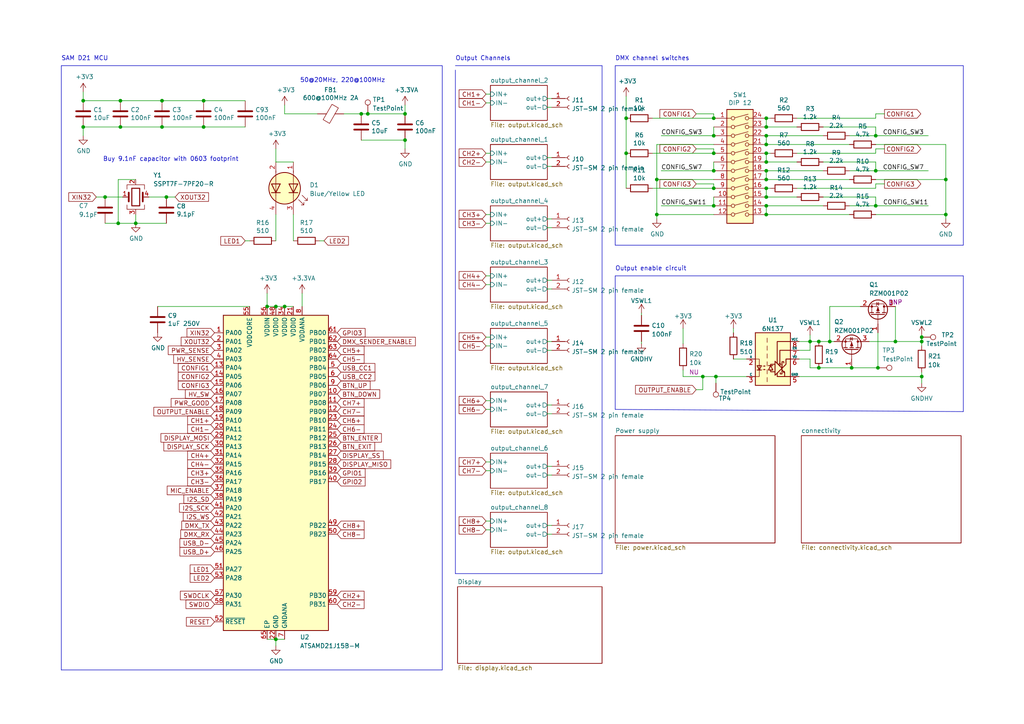
<source format=kicad_sch>
(kicad_sch (version 20230121) (generator eeschema)
  (paper "A4")
  (title_block (title "EL Controller") (date "2022-01-22") (rev "2") (company "Light by Christian Baldus"))
  (junction (at 222.25 52.07))
  (junction (at 207.01 34.29))
  (junction (at 34.29 64.77))
  (junction (at 46.99 29.21))
  (junction (at 190.5 62.23))
  (junction (at 82.55 88.9))
  (junction (at 207.01 59.69))
  (junction (at 190.5 52.07))
  (junction (at 222.25 54.61))
  (junction (at 117.475 33.02))
  (junction (at 46.99 36.83))
  (junction (at 207.01 49.53))
  (junction (at 181.61 44.45))
  (junction (at 222.25 39.37))
  (junction (at 222.25 44.45))
  (junction (at 77.47 88.9))
  (junction (at 222.25 62.23))
  (junction (at 106.68 33.02))
  (junction (at 247.015 106.68))
  (junction (at 222.25 46.99))
  (junction (at 222.25 59.69))
  (junction (at 254 59.69))
  (junction (at 24.13 29.21))
  (junction (at 30.48 57.15))
  (junction (at 222.25 41.91))
  (junction (at 274.32 62.23))
  (junction (at 254 39.37))
  (junction (at 254 49.53))
  (junction (at 59.055 36.83))
  (junction (at 267.335 109.22))
  (junction (at 34.925 29.21))
  (junction (at 234.95 99.06))
  (junction (at 203.835 109.22))
  (junction (at 240.665 99.06))
  (junction (at 274.32 52.07))
  (junction (at 237.49 99.06))
  (junction (at 254.635 106.68))
  (junction (at 34.925 36.83))
  (junction (at 222.25 36.83))
  (junction (at 80.01 88.9))
  (junction (at 181.61 34.29))
  (junction (at 117.475 40.64))
  (junction (at 80.01 185.42))
  (junction (at 24.13 36.83))
  (junction (at 267.335 97.79))
  (junction (at 39.37 64.77))
  (junction (at 222.25 57.15))
  (junction (at 267.335 99.06))
  (junction (at 48.26 57.15))
  (junction (at 207.645 109.22))
  (junction (at 222.25 34.29))
  (junction (at 207.01 44.45))
  (junction (at 222.25 49.53))
  (junction (at 59.055 29.21))
  (junction (at 104.775 33.02))
  (junction (at 237.49 106.68))
  (junction (at 207.01 54.61))
  (junction (at 207.01 39.37))
  (junction (at 259.715 99.06))
  (wire (pts (xy 106.68 33.02) (xy 117.475 33.02)))
  (wire (pts (xy 203.835 113.03) (xy 203.835 109.22)))
  (wire (pts (xy 198.12 95.25) (xy 198.12 99.695)))
  (wire (pts (xy 34.925 36.83) (xy 24.13 36.83)))
  (wire (pts (xy 234.95 106.68) (xy 237.49 106.68)))
  (wire (pts (xy 140.97 62.23) (xy 142.24 62.23)))
  (wire (pts (xy 181.61 27.94) (xy 181.61 34.29)))
  (wire (pts (xy 254 57.15) (xy 254 59.69)))
  (wire (pts (xy 234.95 106.68) (xy 234.95 104.14)))
  (polyline (pts (xy 178.435 19.05) (xy 178.435 71.12)))
  (wire (pts (xy 140.97 133.985) (xy 142.24 133.985)))
  (wire (pts (xy 267.335 97.79) (xy 267.335 99.06)))
  (wire (pts (xy 80.01 185.42) (xy 82.55 185.42)))
  (wire (pts (xy 158.75 45.72) (xy 160.02 45.72)))
  (wire (pts (xy 158.75 120.015) (xy 160.02 120.015)))
  (wire (pts (xy 77.47 88.9) (xy 80.01 88.9)))
  (wire (pts (xy 231.775 101.6) (xy 234.95 101.6)))
  (wire (pts (xy 234.95 104.14) (xy 231.775 104.14)))
  (wire (pts (xy 238.76 39.37) (xy 222.25 39.37)))
  (wire (pts (xy 274.32 41.91) (xy 274.32 52.07)))
  (wire (pts (xy 222.25 54.61) (xy 223.52 54.61)))
  (wire (pts (xy 240.665 88.9) (xy 240.665 99.06)))
  (wire (pts (xy 117.475 33.02) (xy 117.475 30.48)))
  (wire (pts (xy 140.97 64.77) (xy 142.24 64.77)))
  (wire (pts (xy 231.14 34.29) (xy 254 34.29)))
  (wire (pts (xy 238.76 49.53) (xy 222.25 49.53)))
  (wire (pts (xy 246.38 49.53) (xy 254 49.53)))
  (polyline (pts (xy 178.435 71.12) (xy 279.4 71.12)))
  (wire (pts (xy 140.97 153.67) (xy 142.24 153.67)))
  (wire (pts (xy 158.75 117.475) (xy 160.02 117.475)))
  (wire (pts (xy 222.25 59.69) (xy 222.25 62.23)))
  (wire (pts (xy 30.48 57.15) (xy 35.56 57.15)))
  (polyline (pts (xy 132.08 19.05) (xy 174.625 19.05)))
  (wire (pts (xy 246.38 59.69) (xy 254 59.69)))
  (wire (pts (xy 222.25 41.91) (xy 246.38 41.91)))
  (wire (pts (xy 254 43.18) (xy 254 44.45)))
  (polyline (pts (xy 279.4 80.01) (xy 279.4 119.38)))
  (wire (pts (xy 222.25 59.69) (xy 238.76 59.69)))
  (wire (pts (xy 267.335 97.155) (xy 267.335 97.79)))
  (wire (pts (xy 222.25 36.83) (xy 231.14 36.83)))
  (wire (pts (xy 158.75 66.04) (xy 160.02 66.04)))
  (wire (pts (xy 158.75 81.28) (xy 160.02 81.28)))
  (wire (pts (xy 254 36.83) (xy 254 39.37)))
  (wire (pts (xy 186.055 99.06) (xy 186.055 99.695)))
  (wire (pts (xy 39.37 62.23) (xy 39.37 64.77)))
  (wire (pts (xy 254 62.23) (xy 274.32 62.23)))
  (wire (pts (xy 201.93 43.18) (xy 207.01 43.18)))
  (wire (pts (xy 256.54 43.18) (xy 254 43.18)))
  (wire (pts (xy 140.97 136.525) (xy 142.24 136.525)))
  (wire (pts (xy 43.18 57.15) (xy 48.26 57.15)))
  (wire (pts (xy 140.97 80.01) (xy 142.24 80.01)))
  (wire (pts (xy 198.12 109.22) (xy 198.12 107.315)))
  (polyline (pts (xy 174.625 166.37) (xy 174.625 19.05)))
  (wire (pts (xy 207.01 41.91) (xy 190.5 41.91)))
  (polyline (pts (xy 17.78 19.05) (xy 128.27 19.05)))
  (wire (pts (xy 190.5 62.23) (xy 190.5 63.5)))
  (wire (pts (xy 237.49 99.06) (xy 240.665 99.06)))
  (wire (pts (xy 34.925 29.21) (xy 24.13 29.21)))
  (wire (pts (xy 207.01 33.02) (xy 207.01 34.29)))
  (wire (pts (xy 46.99 36.83) (xy 59.055 36.83)))
  (wire (pts (xy 207.01 53.34) (xy 207.01 54.61)))
  (wire (pts (xy 191.77 49.53) (xy 207.01 49.53)))
  (wire (pts (xy 27.94 57.15) (xy 30.48 57.15)))
  (wire (pts (xy 274.32 63.5) (xy 274.32 62.23)))
  (wire (pts (xy 222.25 49.53) (xy 222.25 52.07)))
  (wire (pts (xy 82.55 33.02) (xy 92.075 33.02)))
  (wire (pts (xy 267.335 99.06) (xy 267.335 100.33)))
  (wire (pts (xy 158.75 99.06) (xy 160.02 99.06)))
  (wire (pts (xy 254.635 96.52) (xy 254.635 106.68)))
  (wire (pts (xy 207.01 36.83) (xy 207.01 39.37)))
  (wire (pts (xy 212.725 104.14) (xy 216.535 104.14)))
  (wire (pts (xy 34.925 29.21) (xy 46.99 29.21)))
  (wire (pts (xy 158.75 48.26) (xy 160.02 48.26)))
  (wire (pts (xy 222.25 39.37) (xy 222.25 41.91)))
  (wire (pts (xy 190.5 52.07) (xy 207.01 52.07)))
  (wire (pts (xy 254 52.07) (xy 274.32 52.07)))
  (wire (pts (xy 252.095 99.06) (xy 259.715 99.06)))
  (wire (pts (xy 222.25 46.99) (xy 231.14 46.99)))
  (wire (pts (xy 249.555 88.9) (xy 240.665 88.9)))
  (polyline (pts (xy 178.435 118.745) (xy 178.435 80.01)))
  (wire (pts (xy 247.015 106.68) (xy 254.635 106.68)))
  (wire (pts (xy 207.01 62.23) (xy 190.5 62.23)))
  (wire (pts (xy 246.38 39.37) (xy 254 39.37)))
  (wire (pts (xy 140.97 116.205) (xy 142.24 116.205)))
  (wire (pts (xy 254 41.91) (xy 274.32 41.91)))
  (wire (pts (xy 117.475 40.64) (xy 117.475 43.18)))
  (wire (pts (xy 92.71 69.85) (xy 93.98 69.85)))
  (wire (pts (xy 207.01 43.18) (xy 207.01 44.45)))
  (wire (pts (xy 140.97 100.33) (xy 142.24 100.33)))
  (wire (pts (xy 158.75 63.5) (xy 160.02 63.5)))
  (wire (pts (xy 80.01 43.18) (xy 80.01 46.99)))
  (wire (pts (xy 158.75 152.4) (xy 160.02 152.4)))
  (wire (pts (xy 80.01 88.9) (xy 82.55 88.9)))
  (wire (pts (xy 140.97 44.45) (xy 142.24 44.45)))
  (wire (pts (xy 207.01 57.15) (xy 207.01 59.69)))
  (polyline (pts (xy 279.4 119.38) (xy 178.435 118.745)))
  (wire (pts (xy 59.055 29.21) (xy 71.12 29.21)))
  (wire (pts (xy 140.97 151.13) (xy 142.24 151.13)))
  (wire (pts (xy 82.55 30.48) (xy 82.55 33.02)))
  (wire (pts (xy 234.95 101.6) (xy 234.95 99.06)))
  (wire (pts (xy 222.25 52.07) (xy 246.38 52.07)))
  (wire (pts (xy 59.055 36.83) (xy 71.12 36.83)))
  (wire (pts (xy 201.93 113.03) (xy 203.835 113.03)))
  (wire (pts (xy 222.25 34.29) (xy 222.25 36.83)))
  (wire (pts (xy 274.32 62.23) (xy 274.32 52.07)))
  (wire (pts (xy 256.54 53.34) (xy 254 53.34)))
  (wire (pts (xy 158.75 83.82) (xy 160.02 83.82)))
  (wire (pts (xy 34.29 52.07) (xy 34.29 64.77)))
  (wire (pts (xy 104.775 40.64) (xy 117.475 40.64)))
  (wire (pts (xy 34.29 64.77) (xy 39.37 64.77)))
  (wire (pts (xy 39.37 64.77) (xy 48.26 64.77)))
  (wire (pts (xy 254 49.53) (xy 269.24 49.53)))
  (wire (pts (xy 238.76 46.99) (xy 254 46.99)))
  (polyline (pts (xy 132.08 20.32) (xy 132.08 166.37)))
  (wire (pts (xy 238.76 57.15) (xy 254 57.15)))
  (wire (pts (xy 24.13 29.21) (xy 24.13 26.67)))
  (wire (pts (xy 222.25 57.15) (xy 231.14 57.15)))
  (wire (pts (xy 222.25 34.29) (xy 223.52 34.29)))
  (polyline (pts (xy 132.08 166.37) (xy 174.625 166.37)))
  (wire (pts (xy 77.47 185.42) (xy 80.01 185.42)))
  (wire (pts (xy 254 33.02) (xy 254 34.29)))
  (wire (pts (xy 158.75 137.795) (xy 160.02 137.795)))
  (polyline (pts (xy 279.4 71.12) (xy 279.4 19.05)))
  (wire (pts (xy 190.5 41.91) (xy 190.5 52.07)))
  (wire (pts (xy 181.61 34.29) (xy 181.61 44.45)))
  (polyline (pts (xy 128.27 19.05) (xy 128.27 194.31)))
  (wire (pts (xy 189.23 54.61) (xy 207.01 54.61)))
  (wire (pts (xy 259.715 99.06) (xy 267.335 99.06)))
  (wire (pts (xy 207.01 46.99) (xy 207.01 49.53)))
  (wire (pts (xy 254 53.34) (xy 254 54.61)))
  (wire (pts (xy 46.99 29.21) (xy 59.055 29.21)))
  (wire (pts (xy 237.49 106.68) (xy 247.015 106.68)))
  (wire (pts (xy 158.75 28.575) (xy 160.02 28.575)))
  (wire (pts (xy 203.835 109.22) (xy 207.645 109.22)))
  (wire (pts (xy 222.25 44.45) (xy 222.25 46.99)))
  (wire (pts (xy 181.61 44.45) (xy 181.61 54.61)))
  (wire (pts (xy 158.75 154.94) (xy 160.02 154.94)))
  (wire (pts (xy 267.335 109.22) (xy 267.335 111.125)))
  (wire (pts (xy 85.09 69.85) (xy 85.09 62.23)))
  (wire (pts (xy 234.95 99.06) (xy 237.49 99.06)))
  (polyline (pts (xy 17.78 194.31) (xy 17.78 19.05)))
  (wire (pts (xy 186.055 90.805) (xy 186.055 91.44)))
  (wire (pts (xy 207.645 109.22) (xy 207.645 111.125)))
  (wire (pts (xy 207.645 109.22) (xy 216.535 109.22)))
  (wire (pts (xy 189.23 44.45) (xy 207.01 44.45)))
  (wire (pts (xy 140.97 46.99) (xy 142.24 46.99)))
  (wire (pts (xy 30.48 64.77) (xy 34.29 64.77)))
  (polyline (pts (xy 128.27 194.31) (xy 17.78 194.31)))
  (wire (pts (xy 198.12 109.22) (xy 203.835 109.22)))
  (wire (pts (xy 80.01 62.23) (xy 80.01 69.85)))
  (wire (pts (xy 207.01 39.37) (xy 191.77 39.37)))
  (wire (pts (xy 222.25 62.23) (xy 246.38 62.23)))
  (wire (pts (xy 222.25 44.45) (xy 223.52 44.45)))
  (wire (pts (xy 190.5 52.07) (xy 190.5 62.23)))
  (polyline (pts (xy 178.435 80.01) (xy 279.4 80.01)))
  (wire (pts (xy 191.77 59.69) (xy 207.01 59.69)))
  (wire (pts (xy 39.37 52.07) (xy 34.29 52.07)))
  (wire (pts (xy 201.93 33.02) (xy 207.01 33.02)))
  (wire (pts (xy 267.335 107.95) (xy 267.335 109.22)))
  (wire (pts (xy 222.25 54.61) (xy 222.25 57.15)))
  (wire (pts (xy 231.775 109.22) (xy 267.335 109.22)))
  (wire (pts (xy 158.75 135.255) (xy 160.02 135.255)))
  (wire (pts (xy 80.01 185.42) (xy 80.01 187.325)))
  (wire (pts (xy 189.23 34.29) (xy 207.01 34.29)))
  (wire (pts (xy 80.01 46.99) (xy 85.09 46.99)))
  (polyline (pts (xy 279.4 19.05) (xy 178.435 19.05)))
  (wire (pts (xy 72.39 88.9) (xy 45.72 88.9)))
  (wire (pts (xy 140.97 97.79) (xy 142.24 97.79)))
  (wire (pts (xy 231.14 54.61) (xy 254 54.61)))
  (wire (pts (xy 158.75 101.6) (xy 160.02 101.6)))
  (wire (pts (xy 259.715 88.9) (xy 259.715 99.06)))
  (wire (pts (xy 212.725 95.25) (xy 212.725 96.52)))
  (wire (pts (xy 240.665 99.06) (xy 241.935 99.06)))
  (wire (pts (xy 256.54 33.02) (xy 254 33.02)))
  (wire (pts (xy 87.63 85.09) (xy 87.63 88.9)))
  (wire (pts (xy 201.93 53.34) (xy 207.01 53.34)))
  (wire (pts (xy 77.47 88.9) (xy 77.47 85.09)))
  (wire (pts (xy 254 39.37) (xy 269.24 39.37)))
  (wire (pts (xy 140.97 29.845) (xy 142.24 29.845)))
  (wire (pts (xy 48.26 57.15) (xy 50.8 57.15)))
  (wire (pts (xy 82.55 88.9) (xy 85.09 88.9)))
  (wire (pts (xy 140.97 118.745) (xy 142.24 118.745)))
  (wire (pts (xy 24.13 36.83) (xy 24.13 39.37)))
  (wire (pts (xy 234.95 99.06) (xy 234.95 97.155)))
  (wire (pts (xy 238.76 36.83) (xy 254 36.83)))
  (wire (pts (xy 158.75 31.115) (xy 160.02 31.115)))
  (wire (pts (xy 34.925 36.83) (xy 46.99 36.83)))
  (wire (pts (xy 140.97 82.55) (xy 142.24 82.55)))
  (wire (pts (xy 140.97 27.305) (xy 142.24 27.305)))
  (wire (pts (xy 231.775 99.06) (xy 234.95 99.06)))
  (wire (pts (xy 72.39 69.85) (xy 71.12 69.85)))
  (wire (pts (xy 104.775 33.02) (xy 106.68 33.02)))
  (wire (pts (xy 231.14 44.45) (xy 254 44.45)))
  (wire (pts (xy 254 46.99) (xy 254 49.53)))
  (wire (pts (xy 254 59.69) (xy 269.24 59.69)))
  (wire (pts (xy 99.695 33.02) (xy 104.775 33.02)))
  (text "Output Channels" (at 132.08 17.78 0) (effects (font (size 1.27 1.27)) (justify left bottom)))
  (text "Output enable circuit" (at 178.435 78.74 0) (effects (font (size 1.27 1.27)) (justify left bottom)))
  (text "Buy 9.1nF capacitor with 0603 footprint" (at 29.845 46.99 0) (effects (font (size 1.27 1.27)) (justify left bottom)))
  (text "SAM D21 MCU" (at 17.78 17.78 0) (effects (font (size 1.27 1.27)) (justify left bottom)))
  (text "DMX channel switches" (at 178.435 17.78 0) (effects (font (size 1.27 1.27)) (justify left bottom)))
  (text "50@20MHz, 220@100MHz" (at 86.995 24.13 0) (effects (font (size 1.27 1.27)) (justify left bottom)))
  (label "CONFIG_SW7" (at 191.77 49.53 0))
  (label "CONFIG_SW11" (at 191.77 59.69 0))
  (label "CONFIG_SW11" (at 269.24 59.69 180))
  (label "CONFIG_SW7" (at 267.97 49.53 180))
  (label "CONFIG_SW3" (at 191.77 39.37 0))
  (label "CONFIG_SW3" (at 267.97 39.37 180))
  (global_label "CH8+" (shape input) (at 140.97 151.13 180) (property "Intersheetrefs" "${INTERSHEET_REFS}" (effects hide)))
  (global_label "CH6+" (shape input) (at 140.97 116.205 180) (property "Intersheetrefs" "${INTERSHEET_REFS}" (effects hide)))
  (global_label "CH7-" (shape input) (at 97.79 119.38 0) (property "Intersheetrefs" "${INTERSHEET_REFS}" (effects hide)))
  (global_label "CH7-" (shape input) (at 140.97 136.525 180) (property "Intersheetrefs" "${INTERSHEET_REFS}" (effects hide)))
  (global_label "USB_D-" (shape input) (at 62.23 157.48 180) (property "Intersheetrefs" "${INTERSHEET_REFS}" (effects hide)))
  (global_label "PWR_GOOD" (shape input) (at 62.23 116.84 180) (property "Intersheetrefs" "${INTERSHEET_REFS}" (effects hide)))
  (global_label "CONFIG1" (shape input) (at 62.23 106.68 180) (property "Intersheetrefs" "${INTERSHEET_REFS}" (effects hide)))
  (global_label "SWDCLK" (shape input) (at 62.23 172.72 180) (property "Intersheetrefs" "${INTERSHEET_REFS}" (effects hide)))
  (global_label "BTN_UP" (shape input) (at 97.79 111.76 0) (property "Intersheetrefs" "${INTERSHEET_REFS}" (effects hide)))
  (global_label "CH1+" (shape input) (at 140.97 27.305 180) (property "Intersheetrefs" "${INTERSHEET_REFS}" (effects hide)))
  (global_label "I2S_WS" (shape input) (at 62.23 149.86 180) (property "Intersheetrefs" "${INTERSHEET_REFS}" (effects hide)))
  (global_label "CH4-" (shape input) (at 140.97 82.55 180) (property "Intersheetrefs" "${INTERSHEET_REFS}" (effects hide)))
  (global_label "CH2+" (shape input) (at 140.97 44.45 180) (property "Intersheetrefs" "${INTERSHEET_REFS}" (effects hide)))
  (global_label "CH7+" (shape input) (at 140.97 133.985 180) (property "Intersheetrefs" "${INTERSHEET_REFS}" (effects hide)))
  (global_label "GPIO3" (shape input) (at 97.79 96.52 0) (property "Intersheetrefs" "${INTERSHEET_REFS}" (effects hide)))
  (global_label "USB_D+" (shape input) (at 62.23 160.02 180) (property "Intersheetrefs" "${INTERSHEET_REFS}" (effects hide)))
  (global_label "CONFIG3" (shape input) (at 201.93 53.34 180) (property "Intersheetrefs" "${INTERSHEET_REFS}" (effects hide)))
  (global_label "I2S_SD" (shape input) (at 62.23 144.78 180) (property "Intersheetrefs" "${INTERSHEET_REFS}" (effects hide)))
  (global_label "GPIO1" (shape input) (at 97.79 137.16 0) (property "Intersheetrefs" "${INTERSHEET_REFS}" (effects hide)))
  (global_label "CONFIG2" (shape input) (at 62.23 109.22 180) (property "Intersheetrefs" "${INTERSHEET_REFS}" (effects hide)))
  (global_label "HV_SW" (shape input) (at 62.23 114.3 180) (property "Intersheetrefs" "${INTERSHEET_REFS}" (effects hide)))
  (global_label "CONFIG1" (shape output) (at 256.54 33.02 0) (property "Intersheetrefs" "${INTERSHEET_REFS}" (effects hide)))
  (global_label "CH7+" (shape input) (at 97.79 116.84 0) (property "Intersheetrefs" "${INTERSHEET_REFS}" (effects hide)))
  (global_label "CH3-" (shape input) (at 140.97 64.77 180) (property "Intersheetrefs" "${INTERSHEET_REFS}" (effects hide)))
  (global_label "CH3+" (shape input) (at 62.23 137.16 180) (property "Intersheetrefs" "${INTERSHEET_REFS}" (effects hide)))
  (global_label "CH1-" (shape input) (at 62.23 124.46 180) (property "Intersheetrefs" "${INTERSHEET_REFS}" (effects hide)))
  (global_label "LED2" (shape input) (at 62.23 167.64 180) (property "Intersheetrefs" "${INTERSHEET_REFS}" (effects hide)))
  (global_label "CH6-" (shape input) (at 97.79 124.46 0) (property "Intersheetrefs" "${INTERSHEET_REFS}" (effects hide)))
  (global_label "USB_CC1" (shape input) (at 97.79 106.68 0) (property "Intersheetrefs" "${INTERSHEET_REFS}" (effects hide)))
  (global_label "OUTPUT_ENABLE" (shape input) (at 62.23 119.38 180) (property "Intersheetrefs" "${INTERSHEET_REFS}" (effects hide)))
  (global_label "LED1" (shape input) (at 71.12 69.85 180) (property "Intersheetrefs" "${INTERSHEET_REFS}" (effects hide)))
  (global_label "CH5-" (shape input) (at 140.97 100.33 180) (property "Intersheetrefs" "${INTERSHEET_REFS}" (effects hide)))
  (global_label "HV_SENSE" (shape input) (at 62.23 104.14 180) (property "Intersheetrefs" "${INTERSHEET_REFS}" (effects hide)))
  (global_label "CH5+" (shape input) (at 140.97 97.79 180) (property "Intersheetrefs" "${INTERSHEET_REFS}" (effects hide)))
  (global_label "CH2-" (shape input) (at 140.97 46.99 180) (property "Intersheetrefs" "${INTERSHEET_REFS}" (effects hide)))
  (global_label "CH3-" (shape input) (at 62.23 139.7 180) (property "Intersheetrefs" "${INTERSHEET_REFS}" (effects hide)))
  (global_label "CH5+" (shape input) (at 97.79 101.6 0) (property "Intersheetrefs" "${INTERSHEET_REFS}" (effects hide)))
  (global_label "DMX_RX" (shape input) (at 62.23 154.94 180) (property "Intersheetrefs" "${INTERSHEET_REFS}" (effects hide)))
  (global_label "CH4-" (shape input) (at 62.23 134.62 180) (property "Intersheetrefs" "${INTERSHEET_REFS}" (effects hide)))
  (global_label "LED1" (shape input) (at 62.23 165.1 180) (property "Intersheetrefs" "${INTERSHEET_REFS}" (effects hide)))
  (global_label "XIN32" (shape input) (at 62.23 96.52 180) (property "Intersheetrefs" "${INTERSHEET_REFS}" (effects hide)))
  (global_label "CH2-" (shape input) (at 97.79 175.26 0) (property "Intersheetrefs" "${INTERSHEET_REFS}" (effects hide)))
  (global_label "MIC_ENABLE" (shape input) (at 62.23 142.24 180) (property "Intersheetrefs" "${INTERSHEET_REFS}" (effects hide)))
  (global_label "CONFIG3" (shape input) (at 62.23 111.76 180) (property "Intersheetrefs" "${INTERSHEET_REFS}" (effects hide)))
  (global_label "DISPLAY_MISO" (shape input) (at 97.79 134.62 0) (property "Intersheetrefs" "${INTERSHEET_REFS}" (effects hide)))
  (global_label "CH6-" (shape input) (at 140.97 118.745 180) (property "Intersheetrefs" "${INTERSHEET_REFS}" (effects hide)))
  (global_label "CH6+" (shape input) (at 97.79 121.92 0) (property "Intersheetrefs" "${INTERSHEET_REFS}" (effects hide)))
  (global_label "CH5-" (shape input) (at 97.79 104.14 0) (property "Intersheetrefs" "${INTERSHEET_REFS}" (effects hide)))
  (global_label "DISPLAY_SCK" (shape input) (at 62.23 129.54 180) (property "Intersheetrefs" "${INTERSHEET_REFS}" (effects hide)))
  (global_label "LED2" (shape input) (at 93.98 69.85 0) (property "Intersheetrefs" "${INTERSHEET_REFS}" (effects hide)))
  (global_label "CH4+" (shape input) (at 140.97 80.01 180) (property "Intersheetrefs" "${INTERSHEET_REFS}" (effects hide)))
  (global_label "XOUT32" (shape input) (at 62.23 99.06 180) (property "Intersheetrefs" "${INTERSHEET_REFS}" (effects hide)))
  (global_label "SWDIO" (shape input) (at 62.23 175.26 180) (property "Intersheetrefs" "${INTERSHEET_REFS}" (effects hide)))
  (global_label "DISPLAY_MOSI" (shape input) (at 62.23 127 180) (property "Intersheetrefs" "${INTERSHEET_REFS}" (effects hide)))
  (global_label "XOUT32" (shape input) (at 50.8 57.15 0) (property "Intersheetrefs" "${INTERSHEET_REFS}" (effects hide)))
  (global_label "DMX_TX" (shape input) (at 62.23 152.4 180) (property "Intersheetrefs" "${INTERSHEET_REFS}" (effects hide)))
  (global_label "CH8+" (shape input) (at 97.79 152.4 0) (property "Intersheetrefs" "${INTERSHEET_REFS}" (effects hide)))
  (global_label "CONFIG2" (shape input) (at 201.93 43.18 180) (property "Intersheetrefs" "${INTERSHEET_REFS}" (effects hide)))
  (global_label "PWR_SENSE" (shape input) (at 62.23 101.6 180) (property "Intersheetrefs" "${INTERSHEET_REFS}" (effects hide)))
  (global_label "XIN32" (shape input) (at 27.94 57.15 180) (property "Intersheetrefs" "${INTERSHEET_REFS}" (effects hide)))
  (global_label "CH1-" (shape input) (at 140.97 29.845 180) (property "Intersheetrefs" "${INTERSHEET_REFS}" (effects hide)))
  (global_label "CONFIG2" (shape output) (at 256.54 43.18 0) (property "Intersheetrefs" "${INTERSHEET_REFS}" (effects hide)))
  (global_label "CH1+" (shape input) (at 62.23 121.92 180) (property "Intersheetrefs" "${INTERSHEET_REFS}" (effects hide)))
  (global_label "BTN_ENTER" (shape input) (at 97.79 127 0) (property "Intersheetrefs" "${INTERSHEET_REFS}" (effects hide)))
  (global_label "CH4+" (shape input) (at 62.23 132.08 180) (property "Intersheetrefs" "${INTERSHEET_REFS}" (effects hide)))
  (global_label "CH2+" (shape input) (at 97.79 172.72 0) (property "Intersheetrefs" "${INTERSHEET_REFS}" (effects hide)))
  (global_label "GPIO2" (shape input) (at 97.79 139.7 0) (property "Intersheetrefs" "${INTERSHEET_REFS}" (effects hide)))
  (global_label "DMX_SENDER_ENABLE" (shape input) (at 97.79 99.06 0) (property "Intersheetrefs" "${INTERSHEET_REFS}" (effects hide)))
  (global_label "OUTPUT_ENABLE" (shape input) (at 201.93 113.03 180) (property "Intersheetrefs" "${INTERSHEET_REFS}" (effects hide)))
  (global_label "BTN_DOWN" (shape input) (at 97.79 114.3 0) (property "Intersheetrefs" "${INTERSHEET_REFS}" (effects hide)))
  (global_label "CH3+" (shape input) (at 140.97 62.23 180) (property "Intersheetrefs" "${INTERSHEET_REFS}" (effects hide)))
  (global_label "BTN_EXIT" (shape input) (at 97.79 129.54 0) (property "Intersheetrefs" "${INTERSHEET_REFS}" (effects hide)))
  (global_label "CONFIG3" (shape output) (at 256.54 53.34 0) (property "Intersheetrefs" "${INTERSHEET_REFS}" (effects hide)))
  (global_label "USB_CC2" (shape input) (at 97.79 109.22 0) (property "Intersheetrefs" "${INTERSHEET_REFS}" (effects hide)))
  (global_label "CH8-" (shape input) (at 140.97 153.67 180) (property "Intersheetrefs" "${INTERSHEET_REFS}" (effects hide)))
  (global_label "DISPLAY_SS" (shape input) (at 97.79 132.08 0) (property "Intersheetrefs" "${INTERSHEET_REFS}" (effects hide)))
  (global_label "RESET" (shape input) (at 62.23 180.34 180) (property "Intersheetrefs" "${INTERSHEET_REFS}" (effects hide)))
  (global_label "I2S_SCK" (shape input) (at 62.23 147.32 180) (property "Intersheetrefs" "${INTERSHEET_REFS}" (effects hide)))
  (global_label "CH8-" (shape input) (at 97.79 154.94 0) (property "Intersheetrefs" "${INTERSHEET_REFS}" (effects hide)))
  (global_label "CONFIG1" (shape input) (at 201.93 33.02 180) (property "Intersheetrefs" "${INTERSHEET_REFS}" (effects hide)))
  (symbol (lib_id "Switch:SW_DIP_x12") (at 214.63 49.53 0) (unit 1)
    (property "Reference" "SW1" (at 214.63 27.5082 0))
    (property "Value" "DIP 12" (at 214.63 29.8196 0))
    (property "Footprint" "Button_Switch_THT:SW_DIP_SPSTx12_Slide_6.7x32.04mm_W7.62mm_P2.54mm_LowProfile" (effects hide))
    (property "Datasheet" "https://www.mouser.de/datasheet/2/670/ds01_254-1777712.pdf" (effects hide))
  )
  (symbol (lib_id "Device:R") (at 227.33 34.29 270) (unit 1)
    (property "Reference" "R2" (at 227.33 29.0322 90))
    (property "Value" "560" (at 227.33 31.3436 90))
    (property "Footprint" "Resistor_SMD:R_0603_1608Metric" (effects hide))
  )
  (symbol (lib_id "Device:R") (at 234.95 36.83 90) (unit 1)
    (property "Reference" "R3" (at 234.95 31.5722 90))
    (property "Value" "1.2k" (at 234.95 33.8836 90))
    (property "Footprint" "Resistor_SMD:R_0603_1608Metric" (effects hide))
  )
  (symbol (lib_id "Device:R") (at 242.57 39.37 90) (unit 1)
    (property "Reference" "R4" (at 242.57 34.1122 90))
    (property "Value" "2.2k" (at 242.57 36.4236 90))
    (property "Footprint" "Resistor_SMD:R_0603_1608Metric" (effects hide))
  )
  (symbol (lib_id "Device:R") (at 250.19 41.91 90) (unit 1)
    (property "Reference" "R5" (at 250.19 36.6522 90))
    (property "Value" "4.7k" (at 250.19 38.9636 90))
    (property "Footprint" "Resistor_SMD:R_0603_1608Metric" (effects hide))
  )
  (symbol (lib_id "Device:R") (at 234.95 46.99 270) (unit 1)
    (property "Reference" "R8" (at 234.95 41.7322 90))
    (property "Value" "1.2k" (at 234.95 44.0436 90))
    (property "Footprint" "Resistor_SMD:R_0603_1608Metric" (effects hide))
  )
  (symbol (lib_id "Device:R") (at 242.57 49.53 90) (unit 1)
    (property "Reference" "R9" (at 242.57 44.2722 90))
    (property "Value" "2.2k" (at 242.57 46.5836 90))
    (property "Footprint" "Resistor_SMD:R_0603_1608Metric" (effects hide))
  )
  (symbol (lib_id "Device:R") (at 250.19 52.07 270) (unit 1)
    (property "Reference" "R10" (at 250.19 46.8122 90))
    (property "Value" "4.7k" (at 250.19 49.1236 90))
    (property "Footprint" "Resistor_SMD:R_0603_1608Metric" (effects hide))
  )
  (symbol (lib_id "Device:R") (at 227.33 44.45 90) (unit 1)
    (property "Reference" "R7" (at 227.33 39.1922 90))
    (property "Value" "560" (at 227.33 41.5036 90))
    (property "Footprint" "Resistor_SMD:R_0603_1608Metric" (effects hide))
  )
  (symbol (lib_id "power:GND") (at 190.5 63.5 0) (unit 1)
    (property "Reference" "#PWR08" (effects hide))
    (property "Value" "GND" (at 190.627 67.8942 0))
  )
  (symbol (lib_id "Device:R") (at 185.42 44.45 270) (unit 1)
    (property "Reference" "R6" (at 185.42 39.1922 90))
    (property "Value" "10k" (at 185.42 41.5036 90))
    (property "Footprint" "Resistor_SMD:R_0603_1608Metric" (effects hide))
  )
  (symbol (lib_id "power:GND") (at 80.01 187.325 0) (unit 1)
    (property "Reference" "#PWR021" (effects hide))
    (property "Value" "GND" (at 80.137 191.7192 0))
  )
  (symbol (lib_id "power:+3V3") (at 77.47 85.09 0) (unit 1)
    (property "Reference" "#PWR011" (effects hide))
    (property "Value" "+3V3" (at 77.851 80.6958 0))
  )
  (symbol (lib_id "power:+3.3VA") (at 87.63 85.09 0) (unit 1)
    (property "Reference" "#PWR012" (effects hide))
    (property "Value" "+3.3VA" (at 88.011 80.6958 0))
  )
  (symbol (lib_id "Device:C") (at 45.72 92.71 0) (unit 1)
    (property "Reference" "C9" (at 48.641 91.5416 0) (effects (justify left)))
    (property "Value" "1uF 250V" (at 48.641 93.853 0) (effects (justify left)))
    (property "Footprint" "Capacitor_SMD:C_1812_4532Metric" (effects hide))
  )
  (symbol (lib_id "power:GND") (at 45.72 96.52 0) (unit 1)
    (property "Reference" "#PWR016" (effects hide))
    (property "Value" "GND" (at 45.847 100.9142 0))
  )
  (symbol (lib_id "Device:C") (at 34.925 33.02 0) (unit 1)
    (property "Reference" "C2" (at 37.846 31.8516 0) (effects (justify left)))
    (property "Value" "100nF" (at 37.846 34.163 0) (effects (justify left)))
    (property "Footprint" "Capacitor_SMD:C_0603_1608Metric" (effects hide))
  )
  (symbol (lib_id "Device:C") (at 46.99 33.02 0) (unit 1)
    (property "Reference" "C3" (at 49.911 31.8516 0) (effects (justify left)))
    (property "Value" "100nF" (at 49.911 34.163 0) (effects (justify left)))
    (property "Footprint" "Capacitor_SMD:C_0603_1608Metric" (effects hide))
  )
  (symbol (lib_id "Device:C") (at 59.055 33.02 0) (unit 1)
    (property "Reference" "C4" (at 61.976 31.8516 0) (effects (justify left)))
    (property "Value" "100nF" (at 61.976 34.163 0) (effects (justify left)))
    (property "Footprint" "Capacitor_SMD:C_0603_1608Metric" (effects hide))
  )
  (symbol (lib_id "Device:FerriteBead") (at 95.885 33.02 270) (unit 1)
    (property "Reference" "FB1" (at 95.885 26.0604 90))
    (property "Value" "600@100MHz 2A" (at 95.885 28.3718 90))
    (property "Footprint" "Inductor_SMD:L_0805_2012Metric" (effects hide))
  )
  (symbol (lib_id "Device:C") (at 24.13 33.02 0) (unit 1)
    (property "Reference" "C1" (at 27.051 31.8516 0) (effects (justify left)))
    (property "Value" "10uF" (at 27.051 34.163 0) (effects (justify left)))
    (property "Footprint" "Capacitor_SMD:C_0805_2012Metric" (effects hide))
  )
  (symbol (lib_id "power:+3V3") (at 24.13 26.67 0) (unit 1)
    (property "Reference" "#PWR01" (effects hide))
    (property "Value" "+3V3" (at 24.511 22.2758 0))
  )
  (symbol (lib_id "power:GND") (at 24.13 39.37 0) (unit 1)
    (property "Reference" "#PWR05" (effects hide))
    (property "Value" "GND" (at 24.257 43.7642 0))
  )
  (symbol (lib_id "Device:C") (at 104.775 36.83 0) (unit 1)
    (property "Reference" "C5" (at 107.696 35.6616 0) (effects (justify left)))
    (property "Value" "10uF" (at 107.696 37.973 0) (effects (justify left)))
    (property "Footprint" "Capacitor_SMD:C_0805_2012Metric" (effects hide))
  )
  (symbol (lib_id "Device:C") (at 117.475 36.83 0) (unit 1)
    (property "Reference" "C6" (at 120.396 35.6616 0) (effects (justify left)))
    (property "Value" "100nF" (at 120.396 37.973 0) (effects (justify left)))
    (property "Footprint" "Capacitor_SMD:C_0603_1608Metric" (effects hide))
  )
  (symbol (lib_id "power:+3V3") (at 82.55 30.48 0) (unit 1)
    (property "Reference" "#PWR03" (effects hide))
    (property "Value" "+3V3" (at 82.931 26.0858 0))
  )
  (symbol (lib_id "power:+3.3VA") (at 117.475 30.48 0) (unit 1)
    (property "Reference" "#PWR04" (effects hide))
    (property "Value" "+3.3VA" (at 117.856 26.0858 0))
  )
  (symbol (lib_id "power:GND") (at 117.475 43.18 0) (unit 1)
    (property "Reference" "#PWR07" (effects hide))
    (property "Value" "GND" (at 117.602 47.5742 0))
  )
  (symbol (lib_id "Device:Crystal_GND23") (at 39.37 57.15 0) (unit 1)
    (property "Reference" "Y1" (at 44.45 50.8 0) (effects (justify left)))
    (property "Value" "SSPT7F-7PF20-R" (at 44.45 53.34 0) (effects (justify left)))
    (property "Footprint" "EL-footprints:Crystal_SMD_SeikoEpson_MC146-4Pin_6.7x1.5mm" (effects hide))
  )
  (symbol (lib_id "power:GND") (at 39.37 64.77 0) (unit 1)
    (property "Reference" "#PWR010" (effects hide))
    (property "Value" "GND" (at 39.497 69.1642 0))
  )
  (symbol (lib_id "Device:C") (at 48.26 60.96 0) (unit 1)
    (property "Reference" "C8" (at 51.181 59.7916 0) (effects (justify left)))
    (property "Value" "9.1pF" (at 51.181 62.103 0) (effects (justify left)))
    (property "Footprint" "Capacitor_SMD:C_0603_1608Metric" (effects hide))
  )
  (symbol (lib_id "Device:C") (at 30.48 60.96 0) (unit 1)
    (property "Reference" "C7" (at 22.86 59.69 0) (effects (justify left)))
    (property "Value" "9.1pF" (at 22.86 62.23 0) (effects (justify left)))
    (property "Footprint" "Capacitor_SMD:C_0603_1608Metric" (effects hide))
  )
  (symbol (lib_id "Device:R") (at 234.95 57.15 270) (unit 1)
    (property "Reference" "R13" (at 234.95 51.8922 90))
    (property "Value" "1.2k" (at 234.95 54.2036 90))
    (property "Footprint" "Resistor_SMD:R_0603_1608Metric" (effects hide))
  )
  (symbol (lib_id "Device:R") (at 242.57 59.69 90) (unit 1)
    (property "Reference" "R14" (at 242.57 54.4322 90))
    (property "Value" "2.2k" (at 242.57 56.7436 90))
    (property "Footprint" "Resistor_SMD:R_0603_1608Metric" (effects hide))
  )
  (symbol (lib_id "Device:R") (at 250.19 62.23 270) (unit 1)
    (property "Reference" "R15" (at 250.19 56.9722 90))
    (property "Value" "4.7k" (at 250.19 59.2836 90))
    (property "Footprint" "Resistor_SMD:R_0603_1608Metric" (effects hide))
  )
  (symbol (lib_id "Device:R") (at 227.33 54.61 90) (unit 1)
    (property "Reference" "R12" (at 227.33 49.3522 90))
    (property "Value" "560" (at 227.33 51.6636 90))
    (property "Footprint" "Resistor_SMD:R_0603_1608Metric" (effects hide))
  )
  (symbol (lib_id "power:+3V3") (at 181.61 27.94 0) (unit 1)
    (property "Reference" "#PWR02" (effects hide))
    (property "Value" "+3V3" (at 181.991 23.5458 0))
  )
  (symbol (lib_id "Device:R") (at 185.42 34.29 270) (unit 1)
    (property "Reference" "R1" (at 185.42 29.0322 90))
    (property "Value" "10k" (at 185.42 31.3436 90))
    (property "Footprint" "Resistor_SMD:R_0603_1608Metric" (effects hide))
  )
  (symbol (lib_id "Device:R") (at 185.42 54.61 270) (unit 1)
    (property "Reference" "R11" (at 185.42 49.3522 90))
    (property "Value" "10k" (at 185.42 51.6636 90))
    (property "Footprint" "Resistor_SMD:R_0603_1608Metric" (effects hide))
  )
  (symbol (lib_id "power:+3V3") (at 80.01 43.18 0) (unit 1)
    (property "Reference" "#PWR06" (effects hide))
    (property "Value" "+3V3" (at 80.391 38.7858 0))
  )
  (symbol (lib_id "Device:R") (at 76.2 69.85 270) (unit 1)
    (property "Reference" "R16" (at 76.2 64.5922 90))
    (property "Value" "510" (at 76.2 66.9036 90))
    (property "Footprint" "Resistor_SMD:R_0603_1608Metric" (effects hide))
  )
  (symbol (lib_id "Device:R") (at 88.9 69.85 270) (unit 1)
    (property "Reference" "R17" (at 88.9 64.5922 90))
    (property "Value" "510" (at 88.9 66.9036 90))
    (property "Footprint" "Resistor_SMD:R_0603_1608Metric" (effects hide))
  )
  (symbol (lib_id "Device:R") (at 212.725 100.33 0) (unit 1)
    (property "Reference" "R18" (at 214.503 99.4953 0) (effects (justify left)))
    (property "Value" "510" (at 214.503 102.0322 0) (effects (justify left)))
    (property "Footprint" "Resistor_SMD:R_0603_1608Metric" (effects hide))
  )
  (symbol (lib_id "Connector:TestPoint") (at 106.68 33.02 0) (unit 1)
    (property "Reference" "TP1" (at 108.077 28.8833 0) (effects (justify left)))
    (property "Value" "TestPoint" (at 108.077 31.4202 0) (effects (justify left)))
    (property "Footprint" "EL-footprints:TestPoint_THTPad_D2.0mm_Drill1.0mm" (effects hide))
  )
  (symbol (lib_id "Connector:Conn_01x02_Socket") (at 165.1 45.72 0) (unit 1)
    (property "Reference" "J10" (at 165.8112 46.1553 0) (effects (justify left)))
    (property "Value" "JST-SM 2 pin female" (at 165.8112 48.6922 0) (effects (justify left)))
    (property "Footprint" "Connector_PinHeader_2.54mm:PinHeader_1x02_P2.54mm_Vertical" (effects hide))
  )
  (symbol (lib_id "Isolator:6N137") (at 224.155 104.14 0) (unit 1)
    (property "Reference" "U1" (at 224.155 92.8202 0))
    (property "Value" "6N137" (at 224.155 95.3571 0))
    (property "Footprint" "EL-footprints:PDIP-8_W10.16mm" (effects hide))
    (property "Datasheet" "https://docs.broadcom.com/docs/AV02-0940EN" (effects hide))
  )
  (symbol (lib_id "Device:R") (at 267.335 104.14 0) (unit 1)
    (property "Reference" "R21" (at 269.113 103.3053 0) (effects (justify left)))
    (property "Value" "10k" (at 269.113 105.8422 0) (effects (justify left)))
    (property "Footprint" "Resistor_SMD:R_0603_1608Metric" (effects hide))
  )
  (symbol (lib_id "Connector:Conn_01x02_Socket") (at 165.1 99.06 0) (unit 1)
    (property "Reference" "J14" (at 165.8112 99.4953 0) (effects (justify left)))
    (property "Value" "JST-SM 2 pin female" (at 165.8112 102.0322 0) (effects (justify left)))
    (property "Footprint" "Connector_PinHeader_2.54mm:PinHeader_1x02_P2.54mm_Vertical" (effects hide))
  )
  (symbol (lib_id "Connector:TestPoint") (at 267.335 97.79 270) (unit 1)
    (property "Reference" "TP2" (at 273.05 97.155 90) (effects (justify left)))
    (property "Value" "TestPoint" (at 268.605 99.695 90) (effects (justify left)))
    (property "Footprint" "EL-footprints:TestPoint_THTPad_D2.0mm_Drill1.0mm" (effects hide))
  )
  (symbol (lib_id "power:GND") (at 274.32 63.5 0) (unit 1)
    (property "Reference" "#PWR09" (effects hide))
    (property "Value" "GND" (at 274.32 67.9434 0))
  )
  (symbol (lib_id "MCU_Microchip_SAMD:ATSAMD21J15B-M") (at 80.01 137.16 0) (unit 1)
    (property "Reference" "U2" (at 86.995 184.785 0) (effects (justify left)))
    (property "Value" "ATSAMD21J15B-M" (at 86.995 187.325 0) (effects (justify left)))
    (property "Footprint" "Package_DFN_QFN:QFN-64-1EP_9x9mm_P0.5mm_EP4.7x4.7mm_ThermalVias" (effects hide))
    (property "Datasheet" "http://ww1.microchip.com/downloads/en/DeviceDoc/SAM_D21_DA1_Family_Data%20Sheet_DS40001882E.pdf" (effects hide))
  )
  (symbol (lib_id "Device:C") (at 186.055 95.25 0) (unit 1)
    (property "Reference" "C10" (at 188.976 94.4153 0) (effects (justify left)))
    (property "Value" "100nF" (at 188.976 96.9522 0) (effects (justify left)))
    (property "Footprint" "Capacitor_SMD:C_0603_1608Metric" (effects hide))
  )
  (symbol (lib_id "Device:R") (at 237.49 102.87 0) (unit 1)
    (property "Reference" "R19" (at 239.268 102.0353 0) (effects (justify left)))
    (property "Value" "1k" (at 239.268 104.5722 0) (effects (justify left)))
    (property "Footprint" "Resistor_SMD:R_0603_1608Metric" (effects hide))
  )
  (symbol (lib_id "Connector:Conn_01x02_Socket") (at 165.1 81.28 0) (unit 1)
    (property "Reference" "J12" (at 165.8112 81.7153 0) (effects (justify left)))
    (property "Value" "JST-SM 2 pin female" (at 165.8112 84.2522 0) (effects (justify left)))
    (property "Footprint" "Connector_PinHeader_2.54mm:PinHeader_1x02_P2.54mm_Vertical" (effects hide))
  )
  (symbol (lib_id "Connector:TestPoint") (at 254.635 106.68 270) (unit 1)
    (property "Reference" "TP3" (at 255.905 101.6 90) (effects (justify left)))
    (property "Value" "TestPoint" (at 255.905 104.14 90) (effects (justify left)))
    (property "Footprint" "EL-footprints:TestPoint_THTPad_D2.0mm_Drill1.0mm" (effects hide))
  )
  (symbol (lib_id "el_components:GNDHV") (at 186.055 99.695 0) (unit 1)
    (property "Reference" "#PWR019" (effects hide))
    (property "Value" "GNDHV" (at 186.055 104.1384 0))
  )
  (symbol (lib_id "Device:Q_PMOS_GSD") (at 254.635 91.44 270) (mirror x) (unit 1)
    (property "Reference" "Q1" (at 252.095 82.55 90) (effects (justify left)))
    (property "Value" "RZM001P02" (at 252.095 85.09 90) (effects (justify left)))
    (property "Footprint" "EL-footprints:SOT-723_Rohm" (effects hide))
    (property "Installed" "DNP" (at 259.715 87.63 90))
  )
  (symbol (lib_id "Device:Q_PMOS_GSD") (at 247.015 101.6 270) (mirror x) (unit 1)
    (property "Reference" "Q2" (at 241.935 93.345 90) (effects (justify left)))
    (property "Value" "RZM001P02" (at 241.935 95.885 90) (effects (justify left)))
    (property "Footprint" "EL-footprints:SOT-723_Rohm" (effects hide))
  )
  (symbol (lib_id "Device:C") (at 71.12 33.02 0) (unit 1)
    (property "Reference" "C93" (at 74.041 31.8516 0) (effects (justify left)))
    (property "Value" "100nF" (at 74.041 34.163 0) (effects (justify left)))
    (property "Footprint" "Capacitor_SMD:C_0603_1608Metric" (effects hide))
  )
  (symbol (lib_id "Connector:Conn_01x02_Socket") (at 165.1 152.4 0) (unit 1)
    (property "Reference" "J17" (at 165.8112 152.8353 0) (effects (justify left)))
    (property "Value" "JST-SM 2 pin female" (at 165.8112 155.3722 0) (effects (justify left)))
    (property "Footprint" "Connector_PinHeader_2.54mm:PinHeader_1x02_P2.54mm_Vertical" (effects hide))
  )
  (symbol (lib_id "el_components:VSWL1") (at 234.95 97.155 0) (unit 1)
    (property "Reference" "#PWR017" (effects hide))
    (property "Value" "VSWL1" (at 234.95 93.5792 0))
  )
  (symbol (lib_id "el_components:VSWL1") (at 186.055 90.805 0) (unit 1)
    (property "Reference" "#PWR013" (effects hide))
    (property "Value" "VSWL1" (at 186.055 87.2292 0))
  )
  (symbol (lib_id "Connector:Conn_01x02_Socket") (at 165.1 28.575 0) (unit 1)
    (property "Reference" "J11" (at 165.8112 29.0103 0) (effects (justify left)))
    (property "Value" "JST-SM 2 pin female" (at 165.8112 31.5472 0) (effects (justify left)))
    (property "Footprint" "Connector_PinHeader_2.54mm:PinHeader_1x02_P2.54mm_Vertical" (effects hide))
  )
  (symbol (lib_id "Device:LED_Dual_AAKK") (at 82.55 54.61 270) (unit 1)
    (property "Reference" "D1" (at 89.789 53.6483 90) (effects (justify left)))
    (property "Value" "Blue/Yellow LED" (at 89.789 56.1852 90) (effects (justify left)))
    (property "Footprint" "EL-footprints:LED_RGB_Wuerth-PLCC4_3.2x2.8mm_150141M173100" (effects hide))
  )
  (symbol (lib_id "power:+3V3") (at 198.12 95.25 0) (unit 1)
    (property "Reference" "#PWR014" (effects hide))
    (property "Value" "+3V3" (at 198.12 91.6742 0))
  )
  (symbol (lib_id "Connector:TestPoint") (at 207.645 111.125 180) (unit 1)
    (property "Reference" "TP4" (at 212.09 115.57 0) (effects (justify left)))
    (property "Value" "TestPoint" (at 217.805 113.665 0) (effects (justify left)))
    (property "Footprint" "EL-footprints:TestPoint_THTPad_D2.0mm_Drill1.0mm" (effects hide))
  )
  (symbol (lib_id "Connector:Conn_01x02_Socket") (at 165.1 117.475 0) (unit 1)
    (property "Reference" "J16" (at 165.8112 117.9103 0) (effects (justify left)))
    (property "Value" "JST-SM 2 pin female" (at 165.8112 120.4472 0) (effects (justify left)))
    (property "Footprint" "Connector_PinHeader_2.54mm:PinHeader_1x02_P2.54mm_Vertical" (effects hide))
  )
  (symbol (lib_id "Connector:Conn_01x02_Socket") (at 165.1 63.5 0) (unit 1)
    (property "Reference" "J13" (at 165.8112 63.9353 0) (effects (justify left)))
    (property "Value" "JST-SM 2 pin female" (at 165.8112 66.4722 0) (effects (justify left)))
    (property "Footprint" "Connector_PinHeader_2.54mm:PinHeader_1x02_P2.54mm_Vertical" (effects hide))
  )
  (symbol (lib_id "Connector:Conn_01x02_Socket") (at 165.1 135.255 0) (unit 1)
    (property "Reference" "J15" (at 165.8112 135.6903 0) (effects (justify left)))
    (property "Value" "JST-SM 2 pin female" (at 165.8112 138.2272 0) (effects (justify left)))
    (property "Footprint" "Connector_PinHeader_2.54mm:PinHeader_1x02_P2.54mm_Vertical" (effects hide))
  )
  (symbol (lib_id "el_components:VSWL2") (at 267.335 97.155 0) (unit 1)
    (property "Reference" "#PWR018" (effects hide))
    (property "Value" "VSWL2" (at 267.335 93.5792 0))
  )
  (symbol (lib_id "Device:R") (at 198.12 103.505 0) (unit 1)
    (property "Reference" "R20" (at 199.898 102.6703 0) (effects (justify left)))
    (property "Value" "10k" (at 199.898 105.2072 0) (effects (justify left)))
    (property "Footprint" "Resistor_SMD:R_0603_1608Metric" (effects hide))
    (property "Installed" "NU" (at 201.295 107.95 0))
  )
  (symbol (lib_id "power:+3V3") (at 212.725 95.25 0) (unit 1)
    (property "Reference" "#PWR015" (effects hide))
    (property "Value" "+3V3" (at 212.725 91.6742 0))
  )
  (symbol (lib_id "el_components:GNDHV") (at 267.335 111.125 0) (unit 1)
    (property "Reference" "#PWR020" (effects hide))
    (property "Value" "GNDHV" (at 267.335 115.5684 0))
  )
  (sheet (at 178.435 126.365) (size 46.355 31.115)
    (property "Sheetname" "Power supply" (at 178.435 125.6534 0) (effects (justify left bottom)))
    (property "Sheetfile" "power.kicad_sch" (at 178.435 158.0646 0) (effects (justify left top)))
  )
  (sheet (at 232.41 126.365) (size 46.355 31.115)
    (property "Sheetname" "connectivity" (at 232.41 125.6534 0) (effects (justify left bottom)))
    (property "Sheetfile" "connectivity.kicad_sch" (at 232.41 158.0646 0) (effects (justify left top)))
  )
  (sheet (at 142.24 41.91) (size 16.51 10.16)
    (property "Sheetname" "output_channel_1" (at 142.24 41.1984 0) (effects (justify left bottom)))
    (property "Sheetfile" "output.kicad_sch" (at 142.24 52.6546 0) (effects (justify left top)))
    (pin "IN+" input (at 142.24 44.45 180))
    (pin "IN-" input (at 142.24 46.99 180))
    (pin "out+" output (at 158.75 45.72 0))
    (pin "out-" output (at 158.75 48.26 0))
  )
  (sheet (at 142.24 59.69) (size 16.51 10.16)
    (property "Sheetname" "output_channel_4" (at 142.24 58.9784 0) (effects (justify left bottom)))
    (property "Sheetfile" "output.kicad_sch" (at 142.24 70.4346 0) (effects (justify left top)))
    (pin "IN+" input (at 142.24 62.23 180))
    (pin "IN-" input (at 142.24 64.77 180))
    (pin "out+" output (at 158.75 63.5 0))
    (pin "out-" output (at 158.75 66.04 0))
  )
  (sheet (at 142.24 95.25) (size 16.51 10.16)
    (property "Sheetname" "output_channel_5" (at 142.24 94.5384 0) (effects (justify left bottom)))
    (property "Sheetfile" "output.kicad_sch" (at 142.24 105.9946 0) (effects (justify left top)))
    (pin "IN+" input (at 142.24 97.79 180))
    (pin "IN-" input (at 142.24 100.33 180))
    (pin "out+" output (at 158.75 99.06 0))
    (pin "out-" output (at 158.75 101.6 0))
  )
  (sheet (at 142.24 77.47) (size 16.51 10.16)
    (property "Sheetname" "output_channel_3" (at 142.24 76.7584 0) (effects (justify left bottom)))
    (property "Sheetfile" "output.kicad_sch" (at 142.24 88.2146 0) (effects (justify left top)))
    (pin "IN+" input (at 142.24 80.01 180))
    (pin "IN-" input (at 142.24 82.55 180))
    (pin "out+" output (at 158.75 81.28 0))
    (pin "out-" output (at 158.75 83.82 0))
  )
  (sheet (at 142.24 131.445) (size 16.51 10.16)
    (property "Sheetname" "output_channel_6" (at 142.24 130.7334 0) (effects (justify left bottom)))
    (property "Sheetfile" "output.kicad_sch" (at 142.24 142.1896 0) (effects (justify left top)))
    (pin "IN+" input (at 142.24 133.985 180))
    (pin "IN-" input (at 142.24 136.525 180))
    (pin "out+" output (at 158.75 135.255 0))
    (pin "out-" output (at 158.75 137.795 0))
  )
  (sheet (at 132.715 170.18) (size 41.91 22.225) (stroke (width 0.1524))
    (property "Sheetname" "Display" (at 132.715 169.4684 0) (effects (justify left bottom)))
    (property "Sheetfile" "display.kicad_sch" (at 132.715 192.9896 0) (effects (justify left top)))
  )
  (sheet (at 142.24 24.765) (size 16.51 10.16)
    (property "Sheetname" "output_channel_2" (at 142.24 24.0534 0) (effects (justify left bottom)))
    (property "Sheetfile" "output.kicad_sch" (at 142.24 35.5096 0) (effects (justify left top)))
    (pin "IN+" input (at 142.24 27.305 180))
    (pin "IN-" input (at 142.24 29.845 180))
    (pin "out+" output (at 158.75 28.575 0))
    (pin "out-" output (at 158.75 31.115 0))
  )
  (sheet (at 142.24 113.665) (size 16.51 10.16)
    (property "Sheetname" "output_channel_7" (at 142.24 112.9534 0) (effects (justify left bottom)))
    (property "Sheetfile" "output.kicad_sch" (at 142.24 124.4096 0) (effects (justify left top)))
    (pin "IN+" input (at 142.24 116.205 180))
    (pin "IN-" input (at 142.24 118.745 180))
    (pin "out+" output (at 158.75 117.475 0))
    (pin "out-" output (at 158.75 120.015 0))
  )
  (sheet (at 142.24 148.59) (size 16.51 10.16)
    (property "Sheetname" "output_channel_8" (at 142.24 147.8784 0) (effects (justify left bottom)))
    (property "Sheetfile" "output.kicad_sch" (at 142.24 159.3346 0) (effects (justify left top)))
    (pin "IN+" input (at 142.24 151.13 180))
    (pin "IN-" input (at 142.24 153.67 180))
    (pin "out+" output (at 158.75 152.4 0))
    (pin "out-" output (at 158.75 154.94 0))
  )
)
</source>
